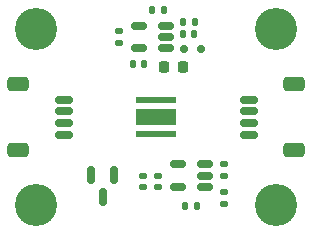
<source format=gts>
%TF.GenerationSoftware,KiCad,Pcbnew,9.0.4-9.0.4-0~ubuntu22.04.1*%
%TF.CreationDate,2026-02-19T12:30:54-08:00*%
%TF.ProjectId,SMD1414_16mA,534d4431-3431-4345-9f31-366d412e6b69,rev?*%
%TF.SameCoordinates,Original*%
%TF.FileFunction,Soldermask,Top*%
%TF.FilePolarity,Negative*%
%FSLAX46Y46*%
G04 Gerber Fmt 4.6, Leading zero omitted, Abs format (unit mm)*
G04 Created by KiCad (PCBNEW 9.0.4-9.0.4-0~ubuntu22.04.1) date 2026-02-19 12:30:54*
%MOMM*%
%LPD*%
G01*
G04 APERTURE LIST*
G04 Aperture macros list*
%AMRoundRect*
0 Rectangle with rounded corners*
0 $1 Rounding radius*
0 $2 $3 $4 $5 $6 $7 $8 $9 X,Y pos of 4 corners*
0 Add a 4 corners polygon primitive as box body*
4,1,4,$2,$3,$4,$5,$6,$7,$8,$9,$2,$3,0*
0 Add four circle primitives for the rounded corners*
1,1,$1+$1,$2,$3*
1,1,$1+$1,$4,$5*
1,1,$1+$1,$6,$7*
1,1,$1+$1,$8,$9*
0 Add four rect primitives between the rounded corners*
20,1,$1+$1,$2,$3,$4,$5,0*
20,1,$1+$1,$4,$5,$6,$7,0*
20,1,$1+$1,$6,$7,$8,$9,0*
20,1,$1+$1,$8,$9,$2,$3,0*%
G04 Aperture macros list end*
%ADD10C,3.570000*%
%ADD11R,3.400000X0.550000*%
%ADD12R,3.400000X1.400000*%
%ADD13RoundRect,0.150000X-0.625000X0.150000X-0.625000X-0.150000X0.625000X-0.150000X0.625000X0.150000X0*%
%ADD14RoundRect,0.250000X-0.650000X0.350000X-0.650000X-0.350000X0.650000X-0.350000X0.650000X0.350000X0*%
%ADD15RoundRect,0.150000X0.625000X-0.150000X0.625000X0.150000X-0.625000X0.150000X-0.625000X-0.150000X0*%
%ADD16RoundRect,0.250000X0.650000X-0.350000X0.650000X0.350000X-0.650000X0.350000X-0.650000X-0.350000X0*%
%ADD17RoundRect,0.135000X-0.185000X0.135000X-0.185000X-0.135000X0.185000X-0.135000X0.185000X0.135000X0*%
%ADD18RoundRect,0.135000X0.135000X0.185000X-0.135000X0.185000X-0.135000X-0.185000X0.135000X-0.185000X0*%
%ADD19RoundRect,0.135000X0.185000X-0.135000X0.185000X0.135000X-0.185000X0.135000X-0.185000X-0.135000X0*%
%ADD20RoundRect,0.150000X0.512500X0.150000X-0.512500X0.150000X-0.512500X-0.150000X0.512500X-0.150000X0*%
%ADD21RoundRect,0.140000X0.170000X-0.140000X0.170000X0.140000X-0.170000X0.140000X-0.170000X-0.140000X0*%
%ADD22RoundRect,0.218750X-0.218750X-0.256250X0.218750X-0.256250X0.218750X0.256250X-0.218750X0.256250X0*%
%ADD23RoundRect,0.135000X-0.135000X-0.185000X0.135000X-0.185000X0.135000X0.185000X-0.135000X0.185000X0*%
%ADD24RoundRect,0.140000X0.140000X0.170000X-0.140000X0.170000X-0.140000X-0.170000X0.140000X-0.170000X0*%
%ADD25RoundRect,0.140000X-0.140000X-0.170000X0.140000X-0.170000X0.140000X0.170000X-0.140000X0.170000X0*%
%ADD26RoundRect,0.150000X-0.150000X0.587500X-0.150000X-0.587500X0.150000X-0.587500X0.150000X0.587500X0*%
%ADD27RoundRect,0.150000X-0.150000X-0.200000X0.150000X-0.200000X0.150000X0.200000X-0.150000X0.200000X0*%
G04 APERTURE END LIST*
D10*
%TO.C,M1*%
X52540000Y-52540000D03*
%TD*%
%TO.C,M2*%
X72860000Y-52540000D03*
%TD*%
%TO.C,M3*%
X72860000Y-67460000D03*
%TD*%
%TO.C,M4*%
X52540000Y-67460000D03*
%TD*%
D11*
%TO.C,D1*%
X62700000Y-58575000D03*
X62700000Y-61425000D03*
D12*
X62700000Y-60000000D03*
%TD*%
D13*
%TO.C,J1*%
X54880000Y-58500000D03*
X54880000Y-59500000D03*
X54880000Y-60500000D03*
X54880000Y-61500000D03*
D14*
X51005000Y-57200000D03*
X51005000Y-62800000D03*
%TD*%
D15*
%TO.C,J2*%
X70520000Y-61500000D03*
X70520000Y-60500000D03*
X70520000Y-59500000D03*
X70520000Y-58500000D03*
D16*
X74395000Y-62800000D03*
X74395000Y-57200000D03*
%TD*%
D17*
%TO.C,R1*%
X68427600Y-63982600D03*
X68427600Y-65002600D03*
%TD*%
D18*
%TO.C,R6*%
X63349600Y-50876200D03*
X62329600Y-50876200D03*
%TD*%
D19*
%TO.C,R4*%
X59563000Y-53674200D03*
X59563000Y-52654200D03*
%TD*%
D20*
%TO.C,U2*%
X66795200Y-65881000D03*
X66795200Y-64931000D03*
X66795200Y-63981000D03*
X64520200Y-63981000D03*
X64520200Y-65881000D03*
%TD*%
D21*
%TO.C,C3*%
X62845200Y-65936000D03*
X62845200Y-64976000D03*
%TD*%
D19*
%TO.C,R3*%
X68427600Y-67360800D03*
X68427600Y-66340800D03*
%TD*%
D22*
%TO.C,L1*%
X63372900Y-55753000D03*
X64947900Y-55753000D03*
%TD*%
D23*
%TO.C,R2*%
X65150200Y-67481000D03*
X66170200Y-67481000D03*
%TD*%
D24*
%TO.C,C1*%
X61671200Y-55499000D03*
X60711200Y-55499000D03*
%TD*%
D21*
%TO.C,C4*%
X61620200Y-65941000D03*
X61620200Y-64981000D03*
%TD*%
D25*
%TO.C,C2*%
X64970000Y-52964800D03*
X65930000Y-52964800D03*
%TD*%
D26*
%TO.C,Q1*%
X59105800Y-64897000D03*
X57205800Y-64897000D03*
X58155800Y-66772000D03*
%TD*%
D27*
%TO.C,D2*%
X66475000Y-54225000D03*
X65075000Y-54225000D03*
%TD*%
D18*
%TO.C,R5*%
X65970200Y-51898000D03*
X64950200Y-51898000D03*
%TD*%
D20*
%TO.C,U1*%
X63494000Y-54147800D03*
X63494000Y-53197800D03*
X63494000Y-52247800D03*
X61219000Y-52247800D03*
X61219000Y-54147800D03*
%TD*%
M02*

</source>
